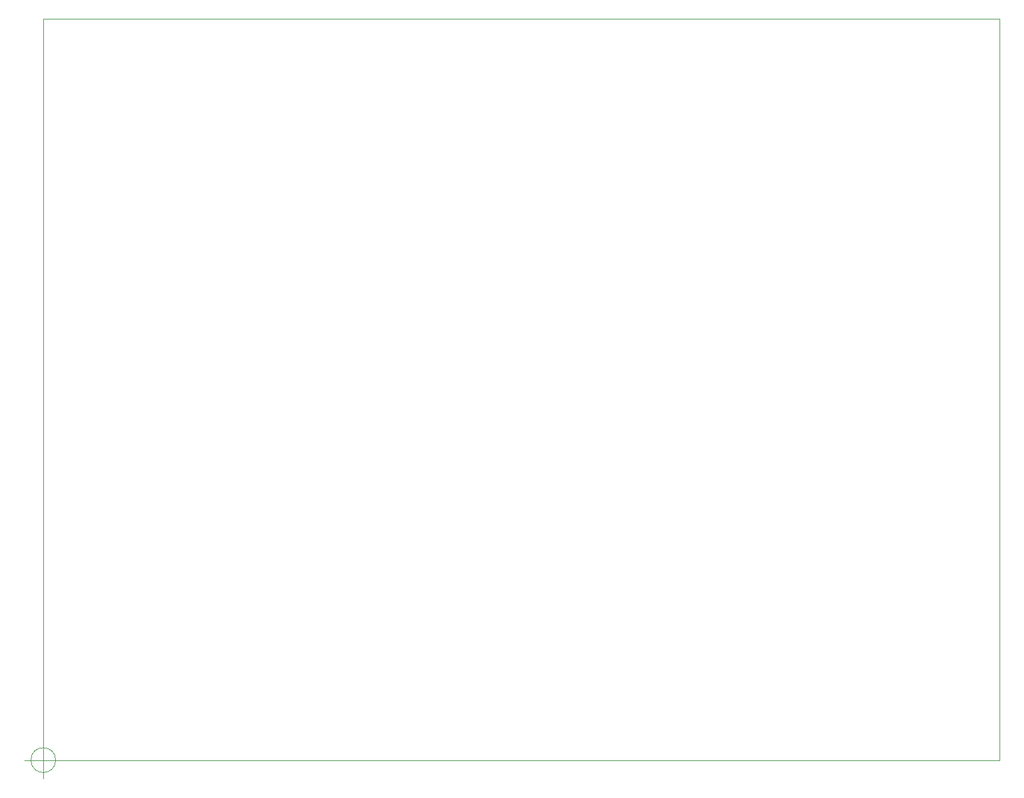
<source format=gbr>
G04 #@! TF.GenerationSoftware,KiCad,Pcbnew,(5.0.1)-4*
G04 #@! TF.CreationDate,2019-10-28T18:08:41+01:00*
G04 #@! TF.ProjectId,main_board,6D61696E5F626F6172642E6B69636164,rev?*
G04 #@! TF.SameCoordinates,PX52f83c0PY8f0d180*
G04 #@! TF.FileFunction,Profile,NP*
%FSLAX46Y46*%
G04 Gerber Fmt 4.6, Leading zero omitted, Abs format (unit mm)*
G04 Created by KiCad (PCBNEW (5.0.1)-4) date 28/10/2019 18:08:41*
%MOMM*%
%LPD*%
G01*
G04 APERTURE LIST*
%ADD10C,0.100000*%
G04 APERTURE END LIST*
D10*
X1666666Y0D02*
G75*
G03X1666666Y0I-1666666J0D01*
G01*
X-2500000Y0D02*
X2500000Y0D01*
X0Y2500000D02*
X0Y-2500000D01*
X0Y0D02*
X0Y100000000D01*
X129000000Y0D02*
X0Y0D01*
X129000000Y100000000D02*
X129000000Y0D01*
X0Y100000000D02*
X129000000Y100000000D01*
M02*

</source>
